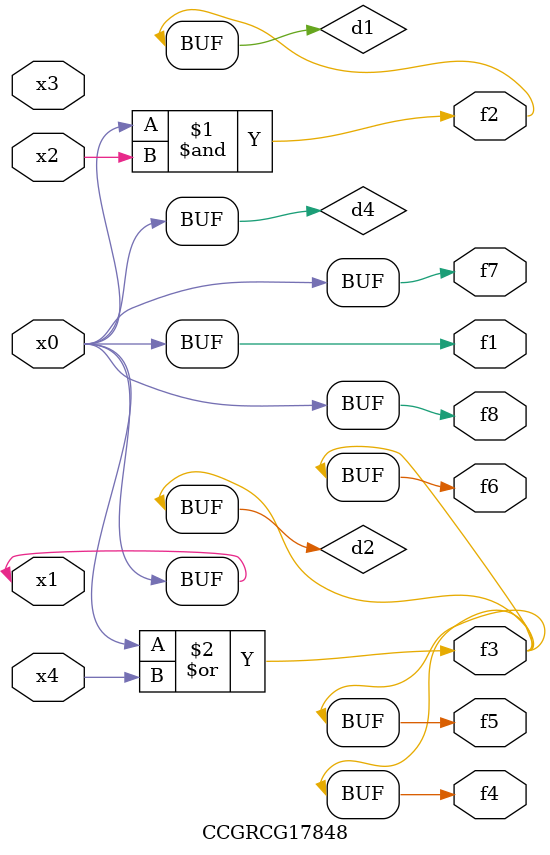
<source format=v>
module CCGRCG17848(
	input x0, x1, x2, x3, x4,
	output f1, f2, f3, f4, f5, f6, f7, f8
);

	wire d1, d2, d3, d4;

	and (d1, x0, x2);
	or (d2, x0, x4);
	nand (d3, x0, x2);
	buf (d4, x0, x1);
	assign f1 = d4;
	assign f2 = d1;
	assign f3 = d2;
	assign f4 = d2;
	assign f5 = d2;
	assign f6 = d2;
	assign f7 = d4;
	assign f8 = d4;
endmodule

</source>
